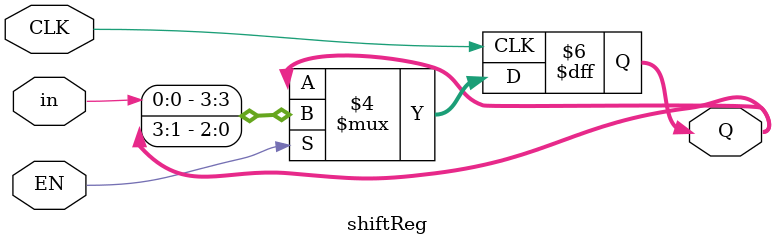
<source format=v>
module shiftReg(EN, in, CLK, Q);
    parameter n=4;
    input EN, in, CLK;
    output [n-1:0] Q;
    reg [n-1:0] Q;
    initial Q=4'd0;
    always @(posedge CLK) begin
        if (EN) Q={in,Q[n-1:1]};
    end
endmodule

// module testbench;
//     parameter n=4;
//     reg EN, in, CLK;
//     wire [n-1:0] Q;
//     shiftreg sr(EN, in, CLK, Q);
//     initial begin
//         CLK=0;
//     end
//     always 
//     #2 CLK=~CLK;
//     initial
//     $monitor($time, " EN=%b, in=%b, CLK=%b, Q=%b\n", EN, in, CLK, Q);
//     initial
//     begin
//         $dumpfile("output.vcd");
//         $dumpvars;
//         in=0;
//         EN=0;
//         #4 in=1; EN=1;
//         #4 in=1; EN=0;
//         #4 in=0; EN=1;
//         #5 $finish;
//     end
// endmodule
</source>
